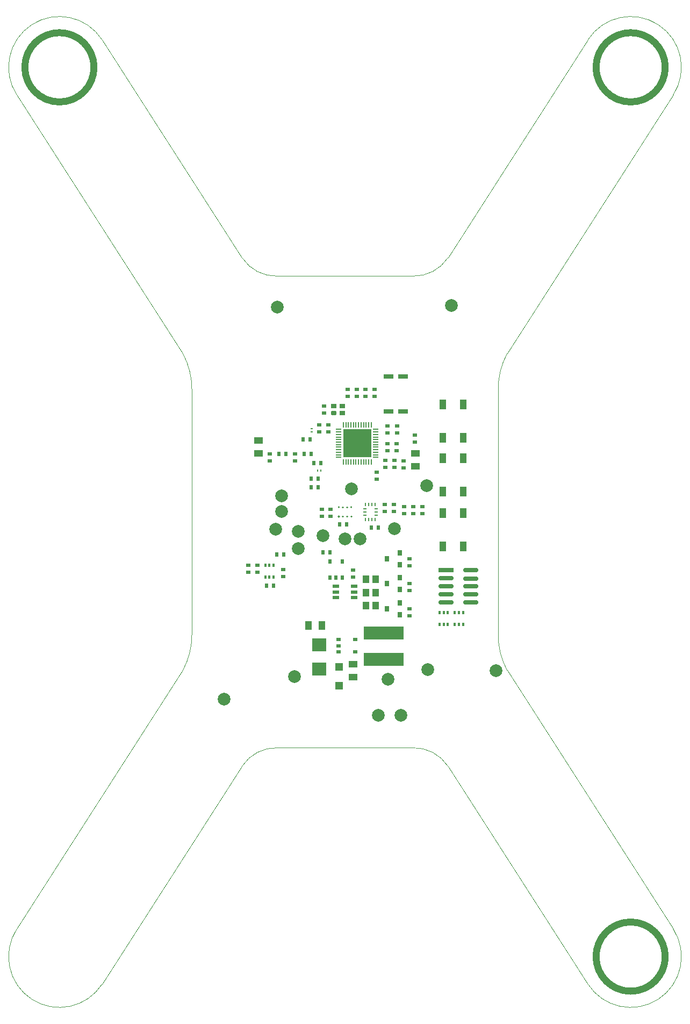
<source format=gtp>
G04 Layer_Color=8421504*
%FSLAX44Y44*%
%MOMM*%
G71*
G01*
G75*
%ADD12C,2.0000*%
%ADD13R,4.4500X4.4500*%
%ADD14O,0.8600X0.2200*%
%ADD15O,0.2200X0.8600*%
%ADD16R,1.0000X1.5500*%
%ADD17R,0.7000X0.6000*%
%ADD18R,0.6000X0.7000*%
%ADD19R,0.5000X0.7000*%
%ADD20R,1.0000X1.4500*%
%ADD21R,1.4500X1.0000*%
%ADD22R,1.2200X1.2500*%
%ADD23R,2.1800X2.0000*%
%ADD24O,2.4000X0.7500*%
%ADD25R,2.4000X0.7500*%
%ADD26R,6.3000X2.1500*%
%ADD27R,0.2750X0.3000*%
%ADD28R,0.3000X0.2750*%
%ADD29R,1.1000X1.3000*%
%ADD30R,0.7000X0.5000*%
%ADD31R,0.4750X0.2500*%
%ADD32R,0.2500X0.4750*%
%ADD34R,0.8000X0.9000*%
%ADD35R,0.3000X0.6000*%
%ADD36R,1.6000X0.7000*%
%ADD37R,0.8500X0.7500*%
G04:AMPARAMS|DCode=38|XSize=0.85mm|YSize=0.75mm|CornerRadius=0.1875mm|HoleSize=0mm|Usage=FLASHONLY|Rotation=0.000|XOffset=0mm|YOffset=0mm|HoleType=Round|Shape=RoundedRectangle|*
%AMROUNDEDRECTD38*
21,1,0.8500,0.3750,0,0,0.0*
21,1,0.4750,0.7500,0,0,0.0*
1,1,0.3750,0.2375,-0.1875*
1,1,0.3750,-0.2375,-0.1875*
1,1,0.3750,-0.2375,0.1875*
1,1,0.3750,0.2375,0.1875*
%
%ADD38ROUNDEDRECTD38*%
%ADD39R,1.0000X0.5500*%
%ADD46C,0.1000*%
%ADD70C,1.1000*%
%ADD71C,0.1750*%
D12*
X1062300Y1379600D02*
D03*
X903500Y2022750D02*
D03*
X1247600Y1450200D02*
D03*
X819250Y1405000D02*
D03*
X1177200Y2024700D02*
D03*
X1140500Y1452000D02*
D03*
X1098300Y1379600D02*
D03*
X930750Y1440750D02*
D03*
X1078000Y1436750D02*
D03*
X975000Y1662500D02*
D03*
X1019750Y1736250D02*
D03*
X1088250Y1674000D02*
D03*
X1138250Y1741750D02*
D03*
X1033750Y1657500D02*
D03*
X1010000Y1658000D02*
D03*
X910000Y1725500D02*
D03*
X936250Y1669500D02*
D03*
X900750Y1672500D02*
D03*
X910000Y1701000D02*
D03*
X935900Y1642500D02*
D03*
D13*
X1029300Y1808000D02*
D03*
D14*
X1058600Y1810000D02*
D03*
Y1806000D02*
D03*
Y1814000D02*
D03*
Y1822000D02*
D03*
Y1818000D02*
D03*
X1000000Y1830000D02*
D03*
Y1826000D02*
D03*
X1058600Y1802000D02*
D03*
Y1794000D02*
D03*
Y1798000D02*
D03*
Y1790000D02*
D03*
Y1786000D02*
D03*
X1000000D02*
D03*
Y1790000D02*
D03*
Y1798000D02*
D03*
Y1794000D02*
D03*
Y1802000D02*
D03*
X1058600Y1826000D02*
D03*
Y1830000D02*
D03*
X1000000Y1818000D02*
D03*
Y1822000D02*
D03*
Y1814000D02*
D03*
Y1806000D02*
D03*
Y1810000D02*
D03*
D15*
X1027300Y1778700D02*
D03*
X1031300D02*
D03*
X1023300D02*
D03*
X1015300D02*
D03*
X1019300D02*
D03*
X1007300Y1837300D02*
D03*
X1011300D02*
D03*
X1035300Y1778700D02*
D03*
X1043300D02*
D03*
X1039300D02*
D03*
X1047300D02*
D03*
X1051300D02*
D03*
Y1837300D02*
D03*
X1047300D02*
D03*
X1039300D02*
D03*
X1043300D02*
D03*
X1035300D02*
D03*
X1011300Y1778700D02*
D03*
X1007300D02*
D03*
X1019300Y1837300D02*
D03*
X1015300D02*
D03*
X1023300D02*
D03*
X1031300D02*
D03*
X1027300D02*
D03*
D16*
X1164250Y1816750D02*
D03*
Y1869250D02*
D03*
X1196250D02*
D03*
Y1816750D02*
D03*
X1164250Y1731750D02*
D03*
Y1784250D02*
D03*
X1196250D02*
D03*
Y1731750D02*
D03*
X1164250Y1645750D02*
D03*
Y1698250D02*
D03*
X1196250D02*
D03*
Y1645750D02*
D03*
D17*
X1022300Y1597700D02*
D03*
Y1608700D02*
D03*
X1028300Y1882150D02*
D03*
Y1893150D02*
D03*
X1042550Y1882150D02*
D03*
Y1893150D02*
D03*
X1014050Y1882150D02*
D03*
Y1893150D02*
D03*
X1056800Y1882150D02*
D03*
Y1893150D02*
D03*
X1120400Y1820700D02*
D03*
Y1809700D02*
D03*
X1072500Y1700750D02*
D03*
Y1711750D02*
D03*
X1087000Y1700750D02*
D03*
Y1711750D02*
D03*
X987500Y1704500D02*
D03*
Y1693500D02*
D03*
X973500Y1704500D02*
D03*
Y1693500D02*
D03*
X931400Y1780500D02*
D03*
Y1791500D02*
D03*
X891300Y1791600D02*
D03*
Y1780600D02*
D03*
X1077200Y1824000D02*
D03*
Y1835000D02*
D03*
X1091700Y1824000D02*
D03*
Y1835000D02*
D03*
X1077200Y1807800D02*
D03*
Y1796800D02*
D03*
X1091400Y1807800D02*
D03*
Y1796800D02*
D03*
X1102400Y1780600D02*
D03*
Y1769600D02*
D03*
X1088000Y1780800D02*
D03*
Y1769800D02*
D03*
X1073600Y1781100D02*
D03*
Y1770100D02*
D03*
X969100Y1837300D02*
D03*
Y1826300D02*
D03*
X983350Y1837300D02*
D03*
Y1826300D02*
D03*
X1117750Y1697000D02*
D03*
Y1708000D02*
D03*
X1103500Y1697000D02*
D03*
Y1708000D02*
D03*
X1132000Y1697000D02*
D03*
Y1708000D02*
D03*
X1111500Y1576300D02*
D03*
Y1587300D02*
D03*
Y1615300D02*
D03*
Y1626300D02*
D03*
Y1536300D02*
D03*
Y1547300D02*
D03*
X913000Y1598500D02*
D03*
Y1609500D02*
D03*
X857250Y1604750D02*
D03*
Y1615750D02*
D03*
X977050Y1866750D02*
D03*
Y1855750D02*
D03*
X871750Y1615750D02*
D03*
Y1604750D02*
D03*
X1059600Y1752000D02*
D03*
Y1763000D02*
D03*
D18*
X986000Y1636700D02*
D03*
X975000D02*
D03*
X956702Y1791502D02*
D03*
X945702D02*
D03*
X1051300Y1675000D02*
D03*
X1062300D02*
D03*
X1012750Y1680250D02*
D03*
X1001750D02*
D03*
X956250Y1752750D02*
D03*
X967250D02*
D03*
X956250Y1738500D02*
D03*
X967250D02*
D03*
X961000Y1776750D02*
D03*
X972000D02*
D03*
X943802Y1814102D02*
D03*
X954802D02*
D03*
X905802Y1791502D02*
D03*
X916802D02*
D03*
X913500Y1633000D02*
D03*
X902500D02*
D03*
X886250Y1584000D02*
D03*
X897250D02*
D03*
D19*
X986400Y1596300D02*
D03*
X995900D02*
D03*
X1005400D02*
D03*
X986400Y1622300D02*
D03*
X1005400D02*
D03*
D20*
X973250Y1521500D02*
D03*
X952750D02*
D03*
D21*
X1023000Y1440250D02*
D03*
Y1460750D02*
D03*
X873300Y1812950D02*
D03*
Y1792450D02*
D03*
X1121300Y1771950D02*
D03*
Y1792450D02*
D03*
D22*
X1000498Y1456250D02*
D03*
X1000500Y1426750D02*
D03*
D23*
X969000Y1452500D02*
D03*
Y1490500D02*
D03*
D24*
X1208250Y1582750D02*
D03*
Y1570050D02*
D03*
Y1557351D02*
D03*
X1169250D02*
D03*
Y1570050D02*
D03*
X1208250Y1595149D02*
D03*
X1169250Y1595449D02*
D03*
Y1582750D02*
D03*
X1208250Y1608149D02*
D03*
D25*
X1169250D02*
D03*
D26*
X1071000Y1509750D02*
D03*
Y1468250D02*
D03*
D27*
X966595Y1764750D02*
D03*
X971875D02*
D03*
D28*
X957350Y1831205D02*
D03*
Y1825925D02*
D03*
D29*
X1058600Y1573200D02*
D03*
X1042600D02*
D03*
X1058600Y1593700D02*
D03*
X1042600D02*
D03*
X1058600Y1552700D02*
D03*
X1042600D02*
D03*
D30*
X1026000Y1480000D02*
D03*
Y1499000D02*
D03*
X1000000Y1480000D02*
D03*
Y1489500D02*
D03*
Y1499000D02*
D03*
D31*
X1059130Y1705000D02*
D03*
Y1695000D02*
D03*
Y1700000D02*
D03*
X1040875D02*
D03*
Y1695000D02*
D03*
Y1705000D02*
D03*
D32*
X1057500Y1688380D02*
D03*
X1052500D02*
D03*
X1047500D02*
D03*
X1042500D02*
D03*
Y1711625D02*
D03*
X1047500D02*
D03*
X1052500D02*
D03*
X1057500D02*
D03*
D34*
X1076250Y1587300D02*
D03*
X1096250Y1577800D02*
D03*
Y1596800D02*
D03*
X1076250Y1626300D02*
D03*
X1096250Y1616800D02*
D03*
Y1635800D02*
D03*
X1076250Y1547300D02*
D03*
X1096250Y1537800D02*
D03*
Y1556800D02*
D03*
D35*
X884500Y1597500D02*
D03*
Y1616500D02*
D03*
X891000Y1597500D02*
D03*
X897500D02*
D03*
X891000Y1616500D02*
D03*
X897500D02*
D03*
X1183000Y1522750D02*
D03*
Y1541750D02*
D03*
X1189500Y1522750D02*
D03*
X1196000D02*
D03*
X1189500Y1541750D02*
D03*
X1196000D02*
D03*
X1159000Y1522750D02*
D03*
Y1541750D02*
D03*
X1165500Y1522750D02*
D03*
X1172000D02*
D03*
X1165500Y1541750D02*
D03*
X1172000D02*
D03*
D36*
X1078600Y1913200D02*
D03*
X1101600Y1858200D02*
D03*
Y1913200D02*
D03*
X1078600Y1858200D02*
D03*
D37*
X1005550Y1866450D02*
D03*
Y1855950D02*
D03*
X992050Y1866450D02*
D03*
D38*
Y1855950D02*
D03*
D39*
X1024600Y1565700D02*
D03*
Y1574200D02*
D03*
Y1582700D02*
D03*
X995600D02*
D03*
Y1574200D02*
D03*
Y1565700D02*
D03*
D46*
X627198Y2443409D02*
G03*
X492801Y2356591I-67198J-43409D01*
G01*
X847800Y2100300D02*
G03*
X903521Y2071281I53619J34952D01*
G01*
X768700Y1893300D02*
G03*
X754598Y1949357I-118419J12D01*
G01*
X1265402D02*
G03*
X1251300Y1893300I104316J-56045D01*
G01*
X1116479Y2071281D02*
G03*
X1172200Y2100300I2102J63971D01*
G01*
X1527199Y2356591D02*
G03*
X1392802Y2443409I-67199J43409D01*
G01*
X754598Y1450644D02*
G03*
X768700Y1506700I-104316J56045D01*
G01*
X903521Y1328719D02*
G03*
X847800Y1299700I-2102J-63971D01*
G01*
X492801Y1043409D02*
G03*
X627198Y956591I67199J-43409D01*
G01*
X1251300Y1506700D02*
G03*
X1265402Y1450644I118419J-12D01*
G01*
X1172200Y1299700D02*
G03*
X1116479Y1328719I-53619J-34952D01*
G01*
X1392802Y956591D02*
G03*
X1527199Y1043409I67198J43409D01*
G01*
X627294Y2443260D02*
X847778Y2100286D01*
X492801Y2356591D02*
X754596Y1949355D01*
X1265404D02*
X1527199Y2356591D01*
X1172222Y2100286D02*
X1392706Y2443260D01*
X492801Y1043409D02*
X754596Y1450645D01*
X627294Y956740D02*
X847778Y1299714D01*
X1265404Y1450645D02*
X1527199Y1043409D01*
X1172222Y1299714D02*
X1392706Y956740D01*
X903521Y1328719D02*
X1116479D01*
X768700Y1506700D02*
Y1893300D01*
X903521Y2071281D02*
X1116479D01*
X1251300Y1506700D02*
Y1893300D01*
D70*
X1514500Y1000000D02*
G03*
X1514500Y1000000I-54500J0D01*
G01*
Y2400000D02*
G03*
X1514500Y2400000I-54500J0D01*
G01*
X614500D02*
G03*
X614500Y2400000I-54500J0D01*
G01*
D71*
X1007625Y1707250D02*
G03*
X1007625Y1707250I-875J0D01*
G01*
X1001125D02*
G03*
X1001125Y1707250I-875J0D01*
G01*
X1014125D02*
G03*
X1014125Y1707250I-875J0D01*
G01*
X1020625D02*
G03*
X1020625Y1707250I-875J0D01*
G01*
X1007625Y1692750D02*
G03*
X1007625Y1692750I-875J0D01*
G01*
X1001125D02*
G03*
X1001125Y1692750I-875J0D01*
G01*
X1014125D02*
G03*
X1014125Y1692750I-875J0D01*
G01*
X1020625D02*
G03*
X1020625Y1692750I-875J0D01*
G01*
M02*

</source>
